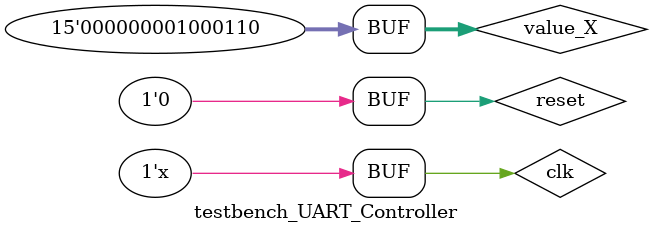
<source format=v>
`timescale 1ns/100ps
module testbench_UART_Controller;
reg clk, reset;
wire TxD;
reg [14:0] value_X;

UART_Controller_2 UART_Controller_2_inst(.clk(clk), .reset(reset), .TxD(TxD), .value_X(value_X));

initial 
begin
    clk = 0;
    reset = 1;
    value_X = 15'b0;
    #100 reset = 0;
    #640000000 value_X = 15'd102;
    #640000000 value_X = 15'd70;
end

always #5 clk = ~clk;

endmodule
</source>
